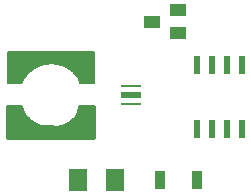
<source format=gtp>
G75*
%MOIN*%
%OFA0B0*%
%FSLAX25Y25*%
%IPPOS*%
%LPD*%
%AMOC8*
5,1,8,0,0,1.08239X$1,22.5*
%
%ADD10R,0.05000X0.05000*%
%ADD11C,0.01200*%
%ADD12C,0.00160*%
%ADD13C,0.00500*%
%ADD14R,0.06693X0.01969*%
%ADD15R,0.06693X0.00984*%
%ADD16R,0.05512X0.03937*%
%ADD17R,0.03543X0.06299*%
%ADD18R,0.02165X0.05906*%
%ADD19R,0.06299X0.07480*%
D10*
X0113162Y0047189D03*
X0113162Y0070811D03*
D11*
X0086981Y0054866D02*
X0086981Y0044630D01*
X0115721Y0044630D01*
X0115721Y0054866D01*
X0111194Y0054866D01*
X0110872Y0053583D01*
X0110344Y0052371D01*
X0109624Y0051261D01*
X0108732Y0050284D01*
X0107692Y0049467D01*
X0106532Y0048832D01*
X0105283Y0048396D01*
X0103980Y0048170D01*
X0102657Y0048162D01*
X0101351Y0048370D01*
X0100053Y0048209D01*
X0098745Y0048253D01*
X0097460Y0048501D01*
X0096230Y0048947D01*
X0095085Y0049580D01*
X0094053Y0050384D01*
X0093159Y0051340D01*
X0092426Y0052424D01*
X0091871Y0053609D01*
X0091509Y0054866D01*
X0086981Y0054866D01*
X0086981Y0054234D02*
X0091691Y0054234D01*
X0092139Y0053036D02*
X0086981Y0053036D01*
X0086981Y0051837D02*
X0092822Y0051837D01*
X0093814Y0050639D02*
X0086981Y0050639D01*
X0086981Y0049440D02*
X0095337Y0049440D01*
X0099070Y0048242D02*
X0086981Y0048242D01*
X0086981Y0047043D02*
X0115721Y0047043D01*
X0115721Y0045845D02*
X0086981Y0045845D01*
X0086981Y0044646D02*
X0115721Y0044646D01*
X0115721Y0048242D02*
X0104394Y0048242D01*
X0102154Y0048242D02*
X0100319Y0048242D01*
X0107643Y0049440D02*
X0115721Y0049440D01*
X0115721Y0050639D02*
X0109056Y0050639D01*
X0109998Y0051837D02*
X0115721Y0051837D01*
X0115721Y0053036D02*
X0110634Y0053036D01*
X0111035Y0054234D02*
X0115721Y0054234D01*
D12*
X0112455Y0063643D02*
X0111128Y0063085D01*
X0111023Y0063323D01*
X0110911Y0063558D01*
X0110795Y0063790D01*
X0110672Y0064019D01*
X0110544Y0064245D01*
X0110410Y0064468D01*
X0110271Y0064688D01*
X0110127Y0064904D01*
X0109977Y0065117D01*
X0109823Y0065326D01*
X0109663Y0065531D01*
X0109498Y0065732D01*
X0109329Y0065929D01*
X0109155Y0066122D01*
X0108976Y0066310D01*
X0108792Y0066494D01*
X0108604Y0066674D01*
X0108412Y0066849D01*
X0108215Y0067019D01*
X0108015Y0067184D01*
X0107810Y0067345D01*
X0107602Y0067500D01*
X0107390Y0067650D01*
X0107174Y0067796D01*
X0106955Y0067935D01*
X0106733Y0068070D01*
X0106507Y0068198D01*
X0106278Y0068322D01*
X0106046Y0068440D01*
X0105812Y0068552D01*
X0105575Y0068658D01*
X0105335Y0068758D01*
X0105093Y0068853D01*
X0104848Y0068942D01*
X0104602Y0069024D01*
X0104354Y0069101D01*
X0104103Y0069171D01*
X0103852Y0069236D01*
X0103598Y0069294D01*
X0103344Y0069346D01*
X0103088Y0069392D01*
X0102831Y0069432D01*
X0102573Y0069465D01*
X0102314Y0069492D01*
X0102055Y0069513D01*
X0101796Y0069527D01*
X0101536Y0069535D01*
X0101276Y0069537D01*
X0101016Y0069532D01*
X0100757Y0069521D01*
X0100497Y0069504D01*
X0100238Y0069480D01*
X0099980Y0069450D01*
X0099723Y0069414D01*
X0099466Y0069372D01*
X0099211Y0069323D01*
X0098957Y0069268D01*
X0098704Y0069207D01*
X0098453Y0069140D01*
X0098204Y0069066D01*
X0097956Y0068987D01*
X0097711Y0068901D01*
X0097468Y0068810D01*
X0097226Y0068713D01*
X0096988Y0068610D01*
X0096752Y0068501D01*
X0096519Y0068386D01*
X0096288Y0068266D01*
X0096061Y0068140D01*
X0095837Y0068008D01*
X0095616Y0067872D01*
X0095398Y0067729D01*
X0095184Y0067582D01*
X0094974Y0067429D01*
X0094767Y0067272D01*
X0094564Y0067109D01*
X0094366Y0066941D01*
X0094171Y0066769D01*
X0093981Y0066592D01*
X0093795Y0066410D01*
X0093613Y0066224D01*
X0093437Y0066033D01*
X0093264Y0065839D01*
X0093097Y0065640D01*
X0092935Y0065437D01*
X0092777Y0065230D01*
X0092625Y0065019D01*
X0092478Y0064805D01*
X0092336Y0064587D01*
X0092200Y0064366D01*
X0092068Y0064142D01*
X0091943Y0063914D01*
X0091823Y0063683D01*
X0091709Y0063450D01*
X0091600Y0063214D01*
X0091497Y0062975D01*
X0090164Y0063518D01*
X0090280Y0063790D01*
X0090403Y0064058D01*
X0090533Y0064323D01*
X0090669Y0064585D01*
X0090811Y0064844D01*
X0090960Y0065099D01*
X0091115Y0065351D01*
X0091276Y0065598D01*
X0091443Y0065842D01*
X0091616Y0066081D01*
X0091794Y0066316D01*
X0091979Y0066547D01*
X0092169Y0066773D01*
X0092364Y0066994D01*
X0092565Y0067211D01*
X0092771Y0067422D01*
X0092982Y0067629D01*
X0093198Y0067830D01*
X0093419Y0068026D01*
X0093644Y0068217D01*
X0093874Y0068402D01*
X0094109Y0068581D01*
X0094348Y0068754D01*
X0094591Y0068922D01*
X0094838Y0069084D01*
X0095089Y0069239D01*
X0095344Y0069389D01*
X0095602Y0069532D01*
X0095864Y0069669D01*
X0096129Y0069799D01*
X0096397Y0069923D01*
X0096668Y0070040D01*
X0096942Y0070151D01*
X0097218Y0070255D01*
X0097497Y0070352D01*
X0097778Y0070442D01*
X0098061Y0070525D01*
X0098346Y0070602D01*
X0098633Y0070671D01*
X0098922Y0070734D01*
X0099212Y0070789D01*
X0099503Y0070837D01*
X0099796Y0070879D01*
X0100089Y0070913D01*
X0100383Y0070939D01*
X0100678Y0070959D01*
X0100973Y0070972D01*
X0101268Y0070977D01*
X0101563Y0070975D01*
X0101858Y0070966D01*
X0102153Y0070949D01*
X0102448Y0070926D01*
X0102741Y0070895D01*
X0103034Y0070857D01*
X0103326Y0070812D01*
X0103617Y0070760D01*
X0103906Y0070701D01*
X0104194Y0070635D01*
X0104480Y0070561D01*
X0104764Y0070481D01*
X0105046Y0070394D01*
X0105326Y0070300D01*
X0105603Y0070199D01*
X0105878Y0070092D01*
X0106151Y0069978D01*
X0106420Y0069857D01*
X0106687Y0069729D01*
X0106950Y0069596D01*
X0107210Y0069455D01*
X0107466Y0069309D01*
X0107719Y0069156D01*
X0107968Y0068997D01*
X0108213Y0068832D01*
X0108453Y0068662D01*
X0108690Y0068485D01*
X0108922Y0068303D01*
X0109150Y0068115D01*
X0109373Y0067921D01*
X0109591Y0067722D01*
X0109805Y0067518D01*
X0110013Y0067309D01*
X0110216Y0067095D01*
X0110414Y0066875D01*
X0110606Y0066651D01*
X0110793Y0066423D01*
X0110975Y0066190D01*
X0111150Y0065952D01*
X0111320Y0065711D01*
X0111484Y0065465D01*
X0111641Y0065215D01*
X0111793Y0064962D01*
X0111938Y0064705D01*
X0112077Y0064444D01*
X0112210Y0064181D01*
X0112336Y0063914D01*
X0112456Y0063644D01*
X0112316Y0063585D01*
X0112198Y0063852D01*
X0112074Y0064115D01*
X0111943Y0064376D01*
X0111805Y0064633D01*
X0111662Y0064887D01*
X0111512Y0065137D01*
X0111357Y0065384D01*
X0111195Y0065626D01*
X0111027Y0065865D01*
X0110854Y0066099D01*
X0110675Y0066329D01*
X0110490Y0066555D01*
X0110300Y0066776D01*
X0110105Y0066993D01*
X0109904Y0067204D01*
X0109699Y0067411D01*
X0109488Y0067612D01*
X0109272Y0067809D01*
X0109052Y0068000D01*
X0108827Y0068185D01*
X0108598Y0068365D01*
X0108364Y0068540D01*
X0108126Y0068708D01*
X0107884Y0068871D01*
X0107639Y0069028D01*
X0107389Y0069179D01*
X0107136Y0069324D01*
X0106879Y0069462D01*
X0106619Y0069594D01*
X0106356Y0069720D01*
X0106090Y0069839D01*
X0105821Y0069952D01*
X0105550Y0070058D01*
X0105276Y0070158D01*
X0104999Y0070250D01*
X0104721Y0070336D01*
X0104440Y0070416D01*
X0104158Y0070488D01*
X0103874Y0070553D01*
X0103588Y0070612D01*
X0103301Y0070663D01*
X0103013Y0070708D01*
X0102724Y0070745D01*
X0102434Y0070775D01*
X0102143Y0070799D01*
X0101852Y0070815D01*
X0101560Y0070824D01*
X0101269Y0070826D01*
X0100977Y0070821D01*
X0100686Y0070808D01*
X0100395Y0070789D01*
X0100105Y0070762D01*
X0099815Y0070729D01*
X0099526Y0070688D01*
X0099239Y0070640D01*
X0098952Y0070586D01*
X0098667Y0070524D01*
X0098384Y0070456D01*
X0098102Y0070380D01*
X0097823Y0070298D01*
X0097545Y0070209D01*
X0097270Y0070113D01*
X0096997Y0070010D01*
X0096726Y0069901D01*
X0096459Y0069785D01*
X0096194Y0069663D01*
X0095933Y0069534D01*
X0095674Y0069399D01*
X0095419Y0069258D01*
X0095168Y0069110D01*
X0094920Y0068957D01*
X0094676Y0068797D01*
X0094436Y0068632D01*
X0094200Y0068460D01*
X0093968Y0068283D01*
X0093741Y0068101D01*
X0093518Y0067912D01*
X0093300Y0067719D01*
X0093087Y0067520D01*
X0092878Y0067316D01*
X0092675Y0067107D01*
X0092477Y0066894D01*
X0092284Y0066675D01*
X0092096Y0066452D01*
X0091914Y0066224D01*
X0091738Y0065992D01*
X0091567Y0065755D01*
X0091402Y0065515D01*
X0091243Y0065271D01*
X0091090Y0065022D01*
X0090943Y0064770D01*
X0090803Y0064515D01*
X0090668Y0064256D01*
X0090540Y0063994D01*
X0090419Y0063729D01*
X0090303Y0063461D01*
X0090443Y0063404D01*
X0090557Y0063669D01*
X0090677Y0063931D01*
X0090803Y0064189D01*
X0090936Y0064445D01*
X0091075Y0064697D01*
X0091220Y0064945D01*
X0091371Y0065190D01*
X0091528Y0065432D01*
X0091691Y0065669D01*
X0091859Y0065903D01*
X0092034Y0066132D01*
X0092213Y0066357D01*
X0092399Y0066577D01*
X0092589Y0066793D01*
X0092785Y0067004D01*
X0092986Y0067210D01*
X0093191Y0067411D01*
X0093402Y0067608D01*
X0093617Y0067799D01*
X0093837Y0067984D01*
X0094062Y0068165D01*
X0094290Y0068339D01*
X0094523Y0068509D01*
X0094760Y0068672D01*
X0095001Y0068830D01*
X0095246Y0068981D01*
X0095494Y0069127D01*
X0095746Y0069266D01*
X0096001Y0069400D01*
X0096259Y0069527D01*
X0096521Y0069647D01*
X0096785Y0069762D01*
X0097052Y0069869D01*
X0097321Y0069971D01*
X0097593Y0070065D01*
X0097867Y0070153D01*
X0098143Y0070235D01*
X0098422Y0070309D01*
X0098701Y0070377D01*
X0098983Y0070438D01*
X0099265Y0070492D01*
X0099549Y0070539D01*
X0099834Y0070579D01*
X0100120Y0070612D01*
X0100407Y0070638D01*
X0100694Y0070658D01*
X0100982Y0070670D01*
X0101270Y0070675D01*
X0101558Y0070673D01*
X0101845Y0070664D01*
X0102133Y0070648D01*
X0102420Y0070625D01*
X0102706Y0070595D01*
X0102991Y0070558D01*
X0103276Y0070514D01*
X0103559Y0070464D01*
X0103841Y0070406D01*
X0104122Y0070341D01*
X0104401Y0070270D01*
X0104678Y0070192D01*
X0104953Y0070107D01*
X0105226Y0070015D01*
X0105496Y0069917D01*
X0105764Y0069812D01*
X0106030Y0069701D01*
X0106293Y0069583D01*
X0106552Y0069459D01*
X0106809Y0069328D01*
X0107062Y0069192D01*
X0107312Y0069049D01*
X0107559Y0068900D01*
X0107801Y0068745D01*
X0108040Y0068585D01*
X0108275Y0068418D01*
X0108506Y0068246D01*
X0108732Y0068068D01*
X0108954Y0067885D01*
X0109172Y0067696D01*
X0109384Y0067502D01*
X0109592Y0067303D01*
X0109795Y0067099D01*
X0109994Y0066891D01*
X0110186Y0066677D01*
X0110374Y0066459D01*
X0110556Y0066236D01*
X0110733Y0066009D01*
X0110904Y0065777D01*
X0111070Y0065542D01*
X0111229Y0065302D01*
X0111383Y0065059D01*
X0111531Y0064812D01*
X0111673Y0064561D01*
X0111808Y0064307D01*
X0111938Y0064050D01*
X0112061Y0063790D01*
X0112177Y0063527D01*
X0112038Y0063468D01*
X0111923Y0063728D01*
X0111801Y0063985D01*
X0111674Y0064239D01*
X0111540Y0064489D01*
X0111400Y0064737D01*
X0111254Y0064980D01*
X0111102Y0065221D01*
X0110945Y0065457D01*
X0110781Y0065690D01*
X0110612Y0065918D01*
X0110438Y0066142D01*
X0110258Y0066362D01*
X0110073Y0066578D01*
X0109882Y0066789D01*
X0109687Y0066995D01*
X0109486Y0067196D01*
X0109281Y0067392D01*
X0109071Y0067584D01*
X0108856Y0067770D01*
X0108637Y0067951D01*
X0108413Y0068126D01*
X0108186Y0068296D01*
X0107954Y0068461D01*
X0107718Y0068619D01*
X0107478Y0068772D01*
X0107235Y0068919D01*
X0106989Y0069060D01*
X0106738Y0069195D01*
X0106485Y0069324D01*
X0106229Y0069446D01*
X0105969Y0069562D01*
X0105707Y0069672D01*
X0105443Y0069776D01*
X0105176Y0069873D01*
X0104906Y0069963D01*
X0104635Y0070047D01*
X0104361Y0070124D01*
X0104086Y0070195D01*
X0103809Y0070258D01*
X0103531Y0070315D01*
X0103251Y0070365D01*
X0102970Y0070409D01*
X0102688Y0070445D01*
X0102406Y0070475D01*
X0102122Y0070497D01*
X0101839Y0070513D01*
X0101555Y0070522D01*
X0101271Y0070524D01*
X0100986Y0070519D01*
X0100703Y0070507D01*
X0100419Y0070488D01*
X0100136Y0070462D01*
X0099854Y0070429D01*
X0099572Y0070390D01*
X0099292Y0070343D01*
X0099013Y0070290D01*
X0098735Y0070230D01*
X0098459Y0070163D01*
X0098185Y0070089D01*
X0097912Y0070009D01*
X0097641Y0069922D01*
X0097373Y0069829D01*
X0097107Y0069729D01*
X0096844Y0069622D01*
X0096583Y0069510D01*
X0096325Y0069391D01*
X0096070Y0069265D01*
X0095818Y0069134D01*
X0095569Y0068996D01*
X0095324Y0068852D01*
X0095083Y0068702D01*
X0094845Y0068547D01*
X0094611Y0068386D01*
X0094381Y0068219D01*
X0094155Y0068046D01*
X0093934Y0067868D01*
X0093717Y0067685D01*
X0093504Y0067496D01*
X0093296Y0067303D01*
X0093093Y0067104D01*
X0092895Y0066900D01*
X0092701Y0066692D01*
X0092513Y0066479D01*
X0092331Y0066261D01*
X0092153Y0066040D01*
X0091981Y0065813D01*
X0091815Y0065583D01*
X0091654Y0065349D01*
X0091499Y0065110D01*
X0091350Y0064869D01*
X0091207Y0064623D01*
X0091070Y0064374D01*
X0090939Y0064122D01*
X0090814Y0063867D01*
X0090695Y0063609D01*
X0090583Y0063347D01*
X0090723Y0063290D01*
X0090834Y0063548D01*
X0090951Y0063803D01*
X0091074Y0064055D01*
X0091203Y0064304D01*
X0091339Y0064549D01*
X0091480Y0064792D01*
X0091627Y0065030D01*
X0091780Y0065265D01*
X0091939Y0065497D01*
X0092103Y0065724D01*
X0092273Y0065947D01*
X0092448Y0066166D01*
X0092628Y0066381D01*
X0092814Y0066591D01*
X0093005Y0066797D01*
X0093200Y0066998D01*
X0093401Y0067194D01*
X0093606Y0067385D01*
X0093816Y0067571D01*
X0094030Y0067752D01*
X0094249Y0067928D01*
X0094472Y0068098D01*
X0094699Y0068263D01*
X0094930Y0068422D01*
X0095164Y0068575D01*
X0095403Y0068723D01*
X0095645Y0068865D01*
X0095890Y0069001D01*
X0096139Y0069131D01*
X0096390Y0069254D01*
X0096645Y0069372D01*
X0096902Y0069483D01*
X0097162Y0069588D01*
X0097425Y0069687D01*
X0097690Y0069779D01*
X0097957Y0069865D01*
X0098226Y0069944D01*
X0098497Y0070017D01*
X0098769Y0070083D01*
X0099043Y0070142D01*
X0099319Y0070195D01*
X0099595Y0070240D01*
X0099873Y0070280D01*
X0100152Y0070312D01*
X0100431Y0070337D01*
X0100711Y0070356D01*
X0100991Y0070368D01*
X0101271Y0070373D01*
X0101552Y0070371D01*
X0101832Y0070362D01*
X0102112Y0070347D01*
X0102392Y0070324D01*
X0102671Y0070295D01*
X0102949Y0070259D01*
X0103226Y0070217D01*
X0103502Y0070167D01*
X0103777Y0070111D01*
X0104050Y0070048D01*
X0104322Y0069978D01*
X0104592Y0069902D01*
X0104860Y0069819D01*
X0105126Y0069730D01*
X0105389Y0069635D01*
X0105650Y0069532D01*
X0105909Y0069424D01*
X0106165Y0069309D01*
X0106418Y0069188D01*
X0106668Y0069061D01*
X0106915Y0068928D01*
X0107158Y0068789D01*
X0107398Y0068644D01*
X0107635Y0068493D01*
X0107868Y0068337D01*
X0108096Y0068174D01*
X0108321Y0068007D01*
X0108542Y0067834D01*
X0108758Y0067655D01*
X0108970Y0067471D01*
X0109177Y0067283D01*
X0109380Y0067089D01*
X0109578Y0066890D01*
X0109771Y0066687D01*
X0109959Y0066478D01*
X0110142Y0066266D01*
X0110319Y0066049D01*
X0110492Y0065827D01*
X0110658Y0065602D01*
X0110820Y0065372D01*
X0110975Y0065139D01*
X0111125Y0064902D01*
X0111269Y0064661D01*
X0111407Y0064417D01*
X0111539Y0064170D01*
X0111665Y0063919D01*
X0111785Y0063666D01*
X0111899Y0063409D01*
X0111760Y0063351D01*
X0111647Y0063604D01*
X0111529Y0063854D01*
X0111405Y0064101D01*
X0111274Y0064345D01*
X0111138Y0064586D01*
X0110996Y0064824D01*
X0110848Y0065058D01*
X0110694Y0065288D01*
X0110535Y0065514D01*
X0110371Y0065737D01*
X0110201Y0065955D01*
X0110025Y0066169D01*
X0109845Y0066379D01*
X0109660Y0066585D01*
X0109469Y0066785D01*
X0109274Y0066981D01*
X0109074Y0067173D01*
X0108869Y0067359D01*
X0108660Y0067540D01*
X0108447Y0067716D01*
X0108229Y0067887D01*
X0108007Y0068053D01*
X0107781Y0068213D01*
X0107552Y0068367D01*
X0107318Y0068516D01*
X0107081Y0068659D01*
X0106841Y0068796D01*
X0106598Y0068928D01*
X0106351Y0069053D01*
X0106101Y0069172D01*
X0105849Y0069286D01*
X0105593Y0069393D01*
X0105336Y0069493D01*
X0105076Y0069588D01*
X0104813Y0069676D01*
X0104549Y0069757D01*
X0104282Y0069833D01*
X0104014Y0069901D01*
X0103745Y0069963D01*
X0103473Y0070019D01*
X0103201Y0070068D01*
X0102928Y0070110D01*
X0102653Y0070145D01*
X0102378Y0070174D01*
X0102102Y0070196D01*
X0101826Y0070211D01*
X0101549Y0070220D01*
X0101272Y0070222D01*
X0100996Y0070217D01*
X0100719Y0070205D01*
X0100443Y0070187D01*
X0100167Y0070162D01*
X0099892Y0070130D01*
X0099618Y0070091D01*
X0099345Y0070046D01*
X0099074Y0069994D01*
X0098803Y0069936D01*
X0098534Y0069870D01*
X0098267Y0069799D01*
X0098001Y0069721D01*
X0097738Y0069636D01*
X0097476Y0069545D01*
X0097217Y0069448D01*
X0096961Y0069344D01*
X0096707Y0069234D01*
X0096456Y0069118D01*
X0096207Y0068996D01*
X0095962Y0068868D01*
X0095720Y0068734D01*
X0095481Y0068594D01*
X0095246Y0068448D01*
X0095014Y0068297D01*
X0094786Y0068140D01*
X0094562Y0067977D01*
X0094342Y0067809D01*
X0094127Y0067636D01*
X0093915Y0067457D01*
X0093708Y0067274D01*
X0093506Y0067085D01*
X0093308Y0066892D01*
X0093115Y0066693D01*
X0092926Y0066491D01*
X0092743Y0066283D01*
X0092565Y0066071D01*
X0092392Y0065855D01*
X0092225Y0065635D01*
X0092063Y0065410D01*
X0091906Y0065182D01*
X0091755Y0064950D01*
X0091610Y0064715D01*
X0091470Y0064476D01*
X0091337Y0064233D01*
X0091209Y0063988D01*
X0091088Y0063739D01*
X0090972Y0063488D01*
X0090863Y0063234D01*
X0091003Y0063177D01*
X0091111Y0063427D01*
X0091225Y0063675D01*
X0091345Y0063921D01*
X0091470Y0064163D01*
X0091602Y0064402D01*
X0091740Y0064638D01*
X0091883Y0064870D01*
X0092032Y0065099D01*
X0092187Y0065324D01*
X0092347Y0065546D01*
X0092512Y0065763D01*
X0092682Y0065976D01*
X0092858Y0066185D01*
X0093039Y0066390D01*
X0093225Y0066590D01*
X0093415Y0066786D01*
X0093610Y0066976D01*
X0093810Y0067162D01*
X0094014Y0067344D01*
X0094223Y0067520D01*
X0094436Y0067691D01*
X0094653Y0067856D01*
X0094874Y0068017D01*
X0095099Y0068172D01*
X0095327Y0068321D01*
X0095559Y0068465D01*
X0095795Y0068603D01*
X0096034Y0068735D01*
X0096276Y0068862D01*
X0096521Y0068982D01*
X0096769Y0069097D01*
X0097019Y0069205D01*
X0097273Y0069307D01*
X0097528Y0069403D01*
X0097786Y0069493D01*
X0098046Y0069576D01*
X0098308Y0069654D01*
X0098572Y0069724D01*
X0098837Y0069788D01*
X0099104Y0069846D01*
X0099372Y0069897D01*
X0099641Y0069942D01*
X0099912Y0069980D01*
X0100183Y0070011D01*
X0100455Y0070036D01*
X0100727Y0070054D01*
X0101000Y0070066D01*
X0101273Y0070071D01*
X0101546Y0070069D01*
X0101819Y0070061D01*
X0102092Y0070045D01*
X0102364Y0070024D01*
X0102635Y0069995D01*
X0102906Y0069960D01*
X0103176Y0069919D01*
X0103445Y0069871D01*
X0103712Y0069816D01*
X0103978Y0069755D01*
X0104243Y0069687D01*
X0104506Y0069613D01*
X0104767Y0069532D01*
X0105025Y0069445D01*
X0105282Y0069352D01*
X0105536Y0069253D01*
X0105788Y0069147D01*
X0106037Y0069036D01*
X0106284Y0068918D01*
X0106527Y0068794D01*
X0106767Y0068665D01*
X0107005Y0068529D01*
X0107238Y0068388D01*
X0107468Y0068241D01*
X0107695Y0068089D01*
X0107918Y0067931D01*
X0108137Y0067768D01*
X0108351Y0067599D01*
X0108562Y0067425D01*
X0108768Y0067247D01*
X0108970Y0067063D01*
X0109168Y0066874D01*
X0109360Y0066681D01*
X0109548Y0066482D01*
X0109731Y0066280D01*
X0109909Y0066073D01*
X0110082Y0065862D01*
X0110250Y0065646D01*
X0110412Y0065427D01*
X0110569Y0065203D01*
X0110721Y0064976D01*
X0110867Y0064745D01*
X0111007Y0064511D01*
X0111142Y0064273D01*
X0111270Y0064033D01*
X0111393Y0063789D01*
X0111510Y0063542D01*
X0111620Y0063292D01*
X0111481Y0063234D01*
X0111372Y0063480D01*
X0111257Y0063723D01*
X0111136Y0063964D01*
X0111009Y0064202D01*
X0110876Y0064436D01*
X0110738Y0064667D01*
X0110594Y0064895D01*
X0110444Y0065119D01*
X0110289Y0065339D01*
X0110129Y0065556D01*
X0109964Y0065768D01*
X0109793Y0065976D01*
X0109617Y0066181D01*
X0109437Y0066380D01*
X0109252Y0066576D01*
X0109061Y0066767D01*
X0108867Y0066953D01*
X0108668Y0067134D01*
X0108464Y0067310D01*
X0108256Y0067482D01*
X0108044Y0067648D01*
X0107828Y0067809D01*
X0107609Y0067965D01*
X0107385Y0068115D01*
X0107158Y0068260D01*
X0106928Y0068399D01*
X0106694Y0068533D01*
X0106457Y0068661D01*
X0106217Y0068783D01*
X0105974Y0068899D01*
X0105728Y0069009D01*
X0105479Y0069113D01*
X0105229Y0069211D01*
X0104975Y0069303D01*
X0104720Y0069389D01*
X0104463Y0069468D01*
X0104203Y0069541D01*
X0103943Y0069608D01*
X0103680Y0069668D01*
X0103416Y0069722D01*
X0103151Y0069770D01*
X0102885Y0069811D01*
X0102618Y0069845D01*
X0102350Y0069873D01*
X0102081Y0069895D01*
X0101813Y0069910D01*
X0101543Y0069918D01*
X0101274Y0069920D01*
X0101005Y0069915D01*
X0100736Y0069904D01*
X0100467Y0069886D01*
X0100199Y0069861D01*
X0099931Y0069830D01*
X0099664Y0069793D01*
X0099399Y0069749D01*
X0099134Y0069698D01*
X0098871Y0069641D01*
X0098609Y0069578D01*
X0098349Y0069508D01*
X0098091Y0069432D01*
X0097834Y0069350D01*
X0097580Y0069261D01*
X0097328Y0069167D01*
X0097078Y0069066D01*
X0096831Y0068959D01*
X0096586Y0068846D01*
X0096344Y0068727D01*
X0096106Y0068602D01*
X0095870Y0068472D01*
X0095638Y0068336D01*
X0095409Y0068194D01*
X0095183Y0068047D01*
X0094962Y0067894D01*
X0094744Y0067736D01*
X0094530Y0067572D01*
X0094320Y0067404D01*
X0094114Y0067230D01*
X0093912Y0067051D01*
X0093715Y0066868D01*
X0093522Y0066679D01*
X0093335Y0066486D01*
X0093151Y0066289D01*
X0092973Y0066087D01*
X0092800Y0065881D01*
X0092631Y0065671D01*
X0092468Y0065456D01*
X0092311Y0065238D01*
X0092158Y0065016D01*
X0092011Y0064790D01*
X0091870Y0064561D01*
X0091734Y0064328D01*
X0091604Y0064093D01*
X0091480Y0063854D01*
X0091361Y0063612D01*
X0091249Y0063367D01*
X0091142Y0063120D01*
X0091282Y0063063D01*
X0091387Y0063307D01*
X0091498Y0063548D01*
X0091615Y0063786D01*
X0091738Y0064022D01*
X0091866Y0064255D01*
X0092000Y0064484D01*
X0092139Y0064710D01*
X0092284Y0064933D01*
X0092435Y0065152D01*
X0092590Y0065367D01*
X0092751Y0065578D01*
X0092917Y0065786D01*
X0093088Y0065989D01*
X0093264Y0066188D01*
X0093444Y0066383D01*
X0093630Y0066573D01*
X0093820Y0066759D01*
X0094014Y0066940D01*
X0094213Y0067116D01*
X0094416Y0067287D01*
X0094623Y0067454D01*
X0094834Y0067615D01*
X0095049Y0067771D01*
X0095268Y0067922D01*
X0095490Y0068067D01*
X0095716Y0068207D01*
X0095945Y0068341D01*
X0096178Y0068470D01*
X0096413Y0068593D01*
X0096652Y0068710D01*
X0096893Y0068821D01*
X0097136Y0068927D01*
X0097383Y0069026D01*
X0097631Y0069119D01*
X0097882Y0069207D01*
X0098135Y0069288D01*
X0098390Y0069363D01*
X0098647Y0069432D01*
X0098905Y0069494D01*
X0099164Y0069550D01*
X0099425Y0069600D01*
X0099687Y0069643D01*
X0099950Y0069680D01*
X0100214Y0069711D01*
X0100479Y0069735D01*
X0100744Y0069753D01*
X0101009Y0069764D01*
X0101275Y0069769D01*
X0101540Y0069767D01*
X0101806Y0069759D01*
X0102071Y0069744D01*
X0102336Y0069723D01*
X0102600Y0069695D01*
X0102864Y0069661D01*
X0103126Y0069621D01*
X0103388Y0069574D01*
X0103648Y0069521D01*
X0103907Y0069461D01*
X0104164Y0069395D01*
X0104420Y0069323D01*
X0104673Y0069245D01*
X0104925Y0069160D01*
X0105175Y0069070D01*
X0105422Y0068973D01*
X0105667Y0068870D01*
X0105910Y0068762D01*
X0106149Y0068647D01*
X0106386Y0068527D01*
X0106620Y0068401D01*
X0106851Y0068269D01*
X0107078Y0068132D01*
X0107302Y0067989D01*
X0107522Y0067841D01*
X0107739Y0067687D01*
X0107952Y0067529D01*
X0108161Y0067365D01*
X0108366Y0067196D01*
X0108567Y0067022D01*
X0108763Y0066843D01*
X0108955Y0066659D01*
X0109143Y0066471D01*
X0109326Y0066278D01*
X0109504Y0066081D01*
X0109677Y0065880D01*
X0109845Y0065674D01*
X0110008Y0065465D01*
X0110166Y0065251D01*
X0110319Y0065034D01*
X0110467Y0064813D01*
X0110609Y0064589D01*
X0110745Y0064361D01*
X0110876Y0064130D01*
X0111001Y0063895D01*
X0111121Y0063658D01*
X0111234Y0063418D01*
X0111342Y0063175D01*
X0111203Y0063117D01*
X0111097Y0063356D01*
X0110985Y0063593D01*
X0110867Y0063827D01*
X0110743Y0064058D01*
X0110614Y0064286D01*
X0110480Y0064510D01*
X0110339Y0064732D01*
X0110194Y0064950D01*
X0110043Y0065164D01*
X0109888Y0065374D01*
X0109727Y0065581D01*
X0109561Y0065784D01*
X0109390Y0065982D01*
X0109214Y0066176D01*
X0109034Y0066366D01*
X0108849Y0066552D01*
X0108660Y0066733D01*
X0108466Y0066909D01*
X0108268Y0067081D01*
X0108066Y0067247D01*
X0107860Y0067409D01*
X0107650Y0067566D01*
X0107436Y0067717D01*
X0107219Y0067863D01*
X0106998Y0068004D01*
X0106774Y0068139D01*
X0106546Y0068269D01*
X0106316Y0068393D01*
X0106082Y0068512D01*
X0105846Y0068625D01*
X0105607Y0068732D01*
X0105365Y0068833D01*
X0105121Y0068929D01*
X0104875Y0069018D01*
X0104627Y0069101D01*
X0104377Y0069179D01*
X0104125Y0069250D01*
X0103871Y0069315D01*
X0103616Y0069373D01*
X0103359Y0069426D01*
X0103101Y0069472D01*
X0102842Y0069512D01*
X0102582Y0069545D01*
X0102322Y0069573D01*
X0102061Y0069594D01*
X0101799Y0069608D01*
X0101538Y0069616D01*
X0101276Y0069618D01*
X0101014Y0069613D01*
X0100752Y0069602D01*
X0100491Y0069585D01*
X0100230Y0069561D01*
X0099970Y0069531D01*
X0099710Y0069494D01*
X0099452Y0069451D01*
X0099195Y0069402D01*
X0098939Y0069347D01*
X0098684Y0069285D01*
X0098431Y0069218D01*
X0098180Y0069144D01*
X0097930Y0069064D01*
X0097683Y0068978D01*
X0097438Y0068885D01*
X0097195Y0068787D01*
X0096955Y0068683D01*
X0096717Y0068574D01*
X0096482Y0068458D01*
X0096250Y0068337D01*
X0096020Y0068210D01*
X0095795Y0068078D01*
X0095572Y0067940D01*
X0095353Y0067796D01*
X0095137Y0067648D01*
X0094925Y0067494D01*
X0094717Y0067335D01*
X0094512Y0067171D01*
X0094312Y0067002D01*
X0094116Y0066829D01*
X0093925Y0066650D01*
X0093737Y0066467D01*
X0093554Y0066279D01*
X0093376Y0066087D01*
X0093203Y0065891D01*
X0093034Y0065691D01*
X0092871Y0065486D01*
X0092712Y0065278D01*
X0092559Y0065066D01*
X0092410Y0064850D01*
X0092267Y0064630D01*
X0092130Y0064407D01*
X0091998Y0064181D01*
X0091871Y0063952D01*
X0091750Y0063719D01*
X0091635Y0063484D01*
X0091526Y0063246D01*
X0091422Y0063006D01*
X0090247Y0054357D02*
X0091574Y0054915D01*
X0091679Y0054677D01*
X0091791Y0054442D01*
X0091907Y0054210D01*
X0092030Y0053981D01*
X0092158Y0053755D01*
X0092292Y0053532D01*
X0092431Y0053312D01*
X0092575Y0053096D01*
X0092725Y0052883D01*
X0092879Y0052674D01*
X0093039Y0052469D01*
X0093204Y0052268D01*
X0093373Y0052071D01*
X0093547Y0051878D01*
X0093726Y0051690D01*
X0093910Y0051506D01*
X0094098Y0051326D01*
X0094290Y0051151D01*
X0094487Y0050981D01*
X0094687Y0050816D01*
X0094892Y0050655D01*
X0095100Y0050500D01*
X0095312Y0050350D01*
X0095528Y0050204D01*
X0095747Y0050065D01*
X0095969Y0049930D01*
X0096195Y0049802D01*
X0096424Y0049678D01*
X0096656Y0049560D01*
X0096890Y0049448D01*
X0097127Y0049342D01*
X0097367Y0049242D01*
X0097609Y0049147D01*
X0097854Y0049058D01*
X0098100Y0048976D01*
X0098348Y0048899D01*
X0098599Y0048829D01*
X0098850Y0048764D01*
X0099104Y0048706D01*
X0099358Y0048654D01*
X0099614Y0048608D01*
X0099871Y0048568D01*
X0100129Y0048535D01*
X0100388Y0048508D01*
X0100647Y0048487D01*
X0100906Y0048473D01*
X0101166Y0048465D01*
X0101426Y0048463D01*
X0101686Y0048468D01*
X0101945Y0048479D01*
X0102205Y0048496D01*
X0102464Y0048520D01*
X0102722Y0048550D01*
X0102979Y0048586D01*
X0103236Y0048628D01*
X0103491Y0048677D01*
X0103745Y0048732D01*
X0103998Y0048793D01*
X0104249Y0048860D01*
X0104498Y0048934D01*
X0104746Y0049013D01*
X0104991Y0049099D01*
X0105234Y0049190D01*
X0105476Y0049287D01*
X0105714Y0049390D01*
X0105950Y0049499D01*
X0106183Y0049614D01*
X0106414Y0049734D01*
X0106641Y0049860D01*
X0106865Y0049992D01*
X0107086Y0050128D01*
X0107304Y0050271D01*
X0107518Y0050418D01*
X0107728Y0050571D01*
X0107935Y0050728D01*
X0108138Y0050891D01*
X0108336Y0051059D01*
X0108531Y0051231D01*
X0108721Y0051408D01*
X0108907Y0051590D01*
X0109089Y0051776D01*
X0109265Y0051967D01*
X0109438Y0052161D01*
X0109605Y0052360D01*
X0109767Y0052563D01*
X0109925Y0052770D01*
X0110077Y0052981D01*
X0110224Y0053195D01*
X0110366Y0053413D01*
X0110502Y0053634D01*
X0110634Y0053858D01*
X0110759Y0054086D01*
X0110879Y0054317D01*
X0110993Y0054550D01*
X0111102Y0054786D01*
X0111205Y0055025D01*
X0112538Y0054482D01*
X0112422Y0054210D01*
X0112299Y0053942D01*
X0112169Y0053677D01*
X0112033Y0053415D01*
X0111891Y0053156D01*
X0111742Y0052901D01*
X0111587Y0052649D01*
X0111426Y0052402D01*
X0111259Y0052158D01*
X0111086Y0051919D01*
X0110908Y0051684D01*
X0110723Y0051453D01*
X0110533Y0051227D01*
X0110338Y0051006D01*
X0110137Y0050789D01*
X0109931Y0050578D01*
X0109720Y0050371D01*
X0109504Y0050170D01*
X0109283Y0049974D01*
X0109058Y0049783D01*
X0108828Y0049598D01*
X0108593Y0049419D01*
X0108354Y0049246D01*
X0108111Y0049078D01*
X0107864Y0048916D01*
X0107613Y0048761D01*
X0107358Y0048611D01*
X0107100Y0048468D01*
X0106838Y0048331D01*
X0106573Y0048201D01*
X0106305Y0048077D01*
X0106034Y0047960D01*
X0105760Y0047849D01*
X0105484Y0047745D01*
X0105205Y0047648D01*
X0104924Y0047558D01*
X0104641Y0047475D01*
X0104356Y0047398D01*
X0104069Y0047329D01*
X0103780Y0047266D01*
X0103490Y0047211D01*
X0103199Y0047163D01*
X0102906Y0047121D01*
X0102613Y0047087D01*
X0102319Y0047061D01*
X0102024Y0047041D01*
X0101729Y0047028D01*
X0101434Y0047023D01*
X0101139Y0047025D01*
X0100844Y0047034D01*
X0100549Y0047051D01*
X0100254Y0047074D01*
X0099961Y0047105D01*
X0099668Y0047143D01*
X0099376Y0047188D01*
X0099085Y0047240D01*
X0098796Y0047299D01*
X0098508Y0047365D01*
X0098222Y0047439D01*
X0097938Y0047519D01*
X0097656Y0047606D01*
X0097376Y0047700D01*
X0097099Y0047801D01*
X0096824Y0047908D01*
X0096551Y0048022D01*
X0096282Y0048143D01*
X0096015Y0048271D01*
X0095752Y0048404D01*
X0095492Y0048545D01*
X0095236Y0048691D01*
X0094983Y0048844D01*
X0094734Y0049003D01*
X0094489Y0049168D01*
X0094249Y0049338D01*
X0094012Y0049515D01*
X0093780Y0049697D01*
X0093552Y0049885D01*
X0093329Y0050079D01*
X0093111Y0050278D01*
X0092897Y0050482D01*
X0092689Y0050691D01*
X0092486Y0050905D01*
X0092288Y0051125D01*
X0092096Y0051349D01*
X0091909Y0051577D01*
X0091727Y0051810D01*
X0091552Y0052048D01*
X0091382Y0052289D01*
X0091218Y0052535D01*
X0091061Y0052785D01*
X0090909Y0053038D01*
X0090764Y0053295D01*
X0090625Y0053556D01*
X0090492Y0053819D01*
X0090366Y0054086D01*
X0090246Y0054356D01*
X0090386Y0054415D01*
X0090504Y0054148D01*
X0090628Y0053885D01*
X0090759Y0053624D01*
X0090897Y0053367D01*
X0091040Y0053113D01*
X0091190Y0052863D01*
X0091345Y0052616D01*
X0091507Y0052374D01*
X0091675Y0052135D01*
X0091848Y0051901D01*
X0092027Y0051671D01*
X0092212Y0051445D01*
X0092402Y0051224D01*
X0092597Y0051007D01*
X0092798Y0050796D01*
X0093003Y0050589D01*
X0093214Y0050388D01*
X0093430Y0050191D01*
X0093650Y0050000D01*
X0093875Y0049815D01*
X0094104Y0049635D01*
X0094338Y0049460D01*
X0094576Y0049292D01*
X0094818Y0049129D01*
X0095063Y0048972D01*
X0095313Y0048821D01*
X0095566Y0048676D01*
X0095823Y0048538D01*
X0096083Y0048406D01*
X0096346Y0048280D01*
X0096612Y0048161D01*
X0096881Y0048048D01*
X0097152Y0047942D01*
X0097426Y0047842D01*
X0097703Y0047750D01*
X0097981Y0047664D01*
X0098262Y0047584D01*
X0098544Y0047512D01*
X0098828Y0047447D01*
X0099114Y0047388D01*
X0099401Y0047337D01*
X0099689Y0047292D01*
X0099978Y0047255D01*
X0100268Y0047225D01*
X0100559Y0047201D01*
X0100850Y0047185D01*
X0101142Y0047176D01*
X0101433Y0047174D01*
X0101725Y0047179D01*
X0102016Y0047192D01*
X0102307Y0047211D01*
X0102597Y0047238D01*
X0102887Y0047271D01*
X0103176Y0047312D01*
X0103463Y0047360D01*
X0103750Y0047414D01*
X0104035Y0047476D01*
X0104318Y0047544D01*
X0104600Y0047620D01*
X0104879Y0047702D01*
X0105157Y0047791D01*
X0105432Y0047887D01*
X0105705Y0047990D01*
X0105976Y0048099D01*
X0106243Y0048215D01*
X0106508Y0048337D01*
X0106769Y0048466D01*
X0107028Y0048601D01*
X0107283Y0048742D01*
X0107534Y0048890D01*
X0107782Y0049043D01*
X0108026Y0049203D01*
X0108266Y0049368D01*
X0108502Y0049540D01*
X0108734Y0049717D01*
X0108961Y0049899D01*
X0109184Y0050088D01*
X0109402Y0050281D01*
X0109615Y0050480D01*
X0109824Y0050684D01*
X0110027Y0050893D01*
X0110225Y0051106D01*
X0110418Y0051325D01*
X0110606Y0051548D01*
X0110788Y0051776D01*
X0110964Y0052008D01*
X0111135Y0052245D01*
X0111300Y0052485D01*
X0111459Y0052729D01*
X0111612Y0052978D01*
X0111759Y0053230D01*
X0111899Y0053485D01*
X0112034Y0053744D01*
X0112162Y0054006D01*
X0112283Y0054271D01*
X0112399Y0054539D01*
X0112259Y0054596D01*
X0112145Y0054331D01*
X0112025Y0054069D01*
X0111899Y0053811D01*
X0111766Y0053555D01*
X0111627Y0053303D01*
X0111482Y0053055D01*
X0111331Y0052810D01*
X0111174Y0052568D01*
X0111011Y0052331D01*
X0110843Y0052097D01*
X0110668Y0051868D01*
X0110489Y0051643D01*
X0110303Y0051423D01*
X0110113Y0051207D01*
X0109917Y0050996D01*
X0109716Y0050790D01*
X0109511Y0050589D01*
X0109300Y0050392D01*
X0109085Y0050201D01*
X0108865Y0050016D01*
X0108640Y0049835D01*
X0108412Y0049661D01*
X0108179Y0049491D01*
X0107942Y0049328D01*
X0107701Y0049170D01*
X0107456Y0049019D01*
X0107208Y0048873D01*
X0106956Y0048734D01*
X0106701Y0048600D01*
X0106443Y0048473D01*
X0106181Y0048353D01*
X0105917Y0048238D01*
X0105650Y0048131D01*
X0105381Y0048029D01*
X0105109Y0047935D01*
X0104835Y0047847D01*
X0104559Y0047765D01*
X0104280Y0047691D01*
X0104001Y0047623D01*
X0103719Y0047562D01*
X0103437Y0047508D01*
X0103153Y0047461D01*
X0102868Y0047421D01*
X0102582Y0047388D01*
X0102295Y0047362D01*
X0102008Y0047342D01*
X0101720Y0047330D01*
X0101432Y0047325D01*
X0101144Y0047327D01*
X0100857Y0047336D01*
X0100569Y0047352D01*
X0100282Y0047375D01*
X0099996Y0047405D01*
X0099711Y0047442D01*
X0099426Y0047486D01*
X0099143Y0047536D01*
X0098861Y0047594D01*
X0098580Y0047659D01*
X0098301Y0047730D01*
X0098024Y0047808D01*
X0097749Y0047893D01*
X0097476Y0047985D01*
X0097206Y0048083D01*
X0096938Y0048188D01*
X0096672Y0048299D01*
X0096409Y0048417D01*
X0096150Y0048541D01*
X0095893Y0048672D01*
X0095640Y0048808D01*
X0095390Y0048951D01*
X0095143Y0049100D01*
X0094901Y0049255D01*
X0094662Y0049415D01*
X0094427Y0049582D01*
X0094196Y0049754D01*
X0093970Y0049932D01*
X0093748Y0050115D01*
X0093530Y0050304D01*
X0093318Y0050498D01*
X0093110Y0050697D01*
X0092907Y0050901D01*
X0092708Y0051109D01*
X0092516Y0051323D01*
X0092328Y0051541D01*
X0092146Y0051764D01*
X0091969Y0051991D01*
X0091798Y0052223D01*
X0091632Y0052458D01*
X0091473Y0052698D01*
X0091319Y0052941D01*
X0091171Y0053188D01*
X0091029Y0053439D01*
X0090894Y0053693D01*
X0090764Y0053950D01*
X0090641Y0054210D01*
X0090525Y0054473D01*
X0090664Y0054532D01*
X0090779Y0054272D01*
X0090901Y0054015D01*
X0091028Y0053761D01*
X0091162Y0053511D01*
X0091302Y0053263D01*
X0091448Y0053020D01*
X0091600Y0052779D01*
X0091757Y0052543D01*
X0091921Y0052310D01*
X0092090Y0052082D01*
X0092264Y0051858D01*
X0092444Y0051638D01*
X0092629Y0051422D01*
X0092820Y0051211D01*
X0093015Y0051005D01*
X0093216Y0050804D01*
X0093421Y0050608D01*
X0093631Y0050416D01*
X0093846Y0050230D01*
X0094065Y0050049D01*
X0094289Y0049874D01*
X0094516Y0049704D01*
X0094748Y0049539D01*
X0094984Y0049381D01*
X0095224Y0049228D01*
X0095467Y0049081D01*
X0095713Y0048940D01*
X0095964Y0048805D01*
X0096217Y0048676D01*
X0096473Y0048554D01*
X0096733Y0048438D01*
X0096995Y0048328D01*
X0097259Y0048224D01*
X0097526Y0048127D01*
X0097796Y0048037D01*
X0098067Y0047953D01*
X0098341Y0047876D01*
X0098616Y0047805D01*
X0098893Y0047742D01*
X0099171Y0047685D01*
X0099451Y0047635D01*
X0099732Y0047591D01*
X0100014Y0047555D01*
X0100296Y0047525D01*
X0100580Y0047503D01*
X0100863Y0047487D01*
X0101147Y0047478D01*
X0101431Y0047476D01*
X0101716Y0047481D01*
X0101999Y0047493D01*
X0102283Y0047512D01*
X0102566Y0047538D01*
X0102848Y0047571D01*
X0103130Y0047610D01*
X0103410Y0047657D01*
X0103689Y0047710D01*
X0103967Y0047770D01*
X0104243Y0047837D01*
X0104517Y0047911D01*
X0104790Y0047991D01*
X0105061Y0048078D01*
X0105329Y0048171D01*
X0105595Y0048271D01*
X0105858Y0048378D01*
X0106119Y0048490D01*
X0106377Y0048609D01*
X0106632Y0048735D01*
X0106884Y0048866D01*
X0107133Y0049004D01*
X0107378Y0049148D01*
X0107619Y0049298D01*
X0107857Y0049453D01*
X0108091Y0049614D01*
X0108321Y0049781D01*
X0108547Y0049954D01*
X0108768Y0050132D01*
X0108985Y0050315D01*
X0109198Y0050504D01*
X0109406Y0050697D01*
X0109609Y0050896D01*
X0109807Y0051100D01*
X0110001Y0051308D01*
X0110189Y0051521D01*
X0110371Y0051739D01*
X0110549Y0051960D01*
X0110721Y0052187D01*
X0110887Y0052417D01*
X0111048Y0052651D01*
X0111203Y0052890D01*
X0111352Y0053131D01*
X0111495Y0053377D01*
X0111632Y0053626D01*
X0111763Y0053878D01*
X0111888Y0054133D01*
X0112007Y0054391D01*
X0112119Y0054653D01*
X0111979Y0054710D01*
X0111868Y0054452D01*
X0111751Y0054197D01*
X0111628Y0053945D01*
X0111499Y0053696D01*
X0111363Y0053451D01*
X0111222Y0053208D01*
X0111075Y0052970D01*
X0110922Y0052735D01*
X0110763Y0052503D01*
X0110599Y0052276D01*
X0110429Y0052053D01*
X0110254Y0051834D01*
X0110074Y0051619D01*
X0109888Y0051409D01*
X0109697Y0051203D01*
X0109502Y0051002D01*
X0109301Y0050806D01*
X0109096Y0050615D01*
X0108886Y0050429D01*
X0108672Y0050248D01*
X0108453Y0050072D01*
X0108230Y0049902D01*
X0108003Y0049737D01*
X0107772Y0049578D01*
X0107538Y0049425D01*
X0107299Y0049277D01*
X0107057Y0049135D01*
X0106812Y0048999D01*
X0106563Y0048869D01*
X0106312Y0048746D01*
X0106057Y0048628D01*
X0105800Y0048517D01*
X0105540Y0048412D01*
X0105277Y0048313D01*
X0105012Y0048221D01*
X0104745Y0048135D01*
X0104476Y0048056D01*
X0104205Y0047983D01*
X0103933Y0047917D01*
X0103659Y0047858D01*
X0103383Y0047805D01*
X0103107Y0047760D01*
X0102829Y0047720D01*
X0102550Y0047688D01*
X0102271Y0047663D01*
X0101991Y0047644D01*
X0101711Y0047632D01*
X0101431Y0047627D01*
X0101150Y0047629D01*
X0100870Y0047638D01*
X0100590Y0047653D01*
X0100310Y0047676D01*
X0100031Y0047705D01*
X0099753Y0047741D01*
X0099476Y0047783D01*
X0099200Y0047833D01*
X0098925Y0047889D01*
X0098652Y0047952D01*
X0098380Y0048022D01*
X0098110Y0048098D01*
X0097842Y0048181D01*
X0097576Y0048270D01*
X0097313Y0048365D01*
X0097052Y0048468D01*
X0096793Y0048576D01*
X0096537Y0048691D01*
X0096284Y0048812D01*
X0096034Y0048939D01*
X0095787Y0049072D01*
X0095544Y0049211D01*
X0095304Y0049356D01*
X0095067Y0049507D01*
X0094834Y0049663D01*
X0094606Y0049826D01*
X0094381Y0049993D01*
X0094160Y0050166D01*
X0093944Y0050345D01*
X0093732Y0050529D01*
X0093525Y0050717D01*
X0093322Y0050911D01*
X0093124Y0051110D01*
X0092931Y0051313D01*
X0092743Y0051522D01*
X0092560Y0051734D01*
X0092383Y0051951D01*
X0092210Y0052173D01*
X0092044Y0052398D01*
X0091882Y0052628D01*
X0091727Y0052861D01*
X0091577Y0053098D01*
X0091433Y0053339D01*
X0091295Y0053583D01*
X0091163Y0053830D01*
X0091037Y0054081D01*
X0090917Y0054334D01*
X0090803Y0054591D01*
X0090942Y0054649D01*
X0091055Y0054396D01*
X0091173Y0054146D01*
X0091297Y0053899D01*
X0091428Y0053655D01*
X0091564Y0053414D01*
X0091706Y0053176D01*
X0091854Y0052942D01*
X0092008Y0052712D01*
X0092167Y0052486D01*
X0092331Y0052263D01*
X0092501Y0052045D01*
X0092677Y0051831D01*
X0092857Y0051621D01*
X0093042Y0051415D01*
X0093233Y0051215D01*
X0093428Y0051019D01*
X0093628Y0050827D01*
X0093833Y0050641D01*
X0094042Y0050460D01*
X0094255Y0050284D01*
X0094473Y0050113D01*
X0094695Y0049947D01*
X0094921Y0049787D01*
X0095150Y0049633D01*
X0095384Y0049484D01*
X0095621Y0049341D01*
X0095861Y0049204D01*
X0096104Y0049072D01*
X0096351Y0048947D01*
X0096601Y0048828D01*
X0096853Y0048714D01*
X0097109Y0048607D01*
X0097366Y0048507D01*
X0097626Y0048412D01*
X0097889Y0048324D01*
X0098153Y0048243D01*
X0098420Y0048167D01*
X0098688Y0048099D01*
X0098957Y0048037D01*
X0099229Y0047981D01*
X0099501Y0047932D01*
X0099774Y0047890D01*
X0100049Y0047855D01*
X0100324Y0047826D01*
X0100600Y0047804D01*
X0100876Y0047789D01*
X0101153Y0047780D01*
X0101430Y0047778D01*
X0101706Y0047783D01*
X0101983Y0047795D01*
X0102259Y0047813D01*
X0102535Y0047838D01*
X0102810Y0047870D01*
X0103084Y0047909D01*
X0103357Y0047954D01*
X0103628Y0048006D01*
X0103899Y0048064D01*
X0104168Y0048130D01*
X0104435Y0048201D01*
X0104701Y0048279D01*
X0104964Y0048364D01*
X0105226Y0048455D01*
X0105485Y0048552D01*
X0105741Y0048656D01*
X0105995Y0048766D01*
X0106246Y0048882D01*
X0106495Y0049004D01*
X0106740Y0049132D01*
X0106982Y0049266D01*
X0107221Y0049406D01*
X0107456Y0049552D01*
X0107688Y0049703D01*
X0107916Y0049860D01*
X0108140Y0050023D01*
X0108360Y0050191D01*
X0108575Y0050364D01*
X0108787Y0050543D01*
X0108994Y0050726D01*
X0109196Y0050915D01*
X0109394Y0051108D01*
X0109587Y0051307D01*
X0109776Y0051509D01*
X0109959Y0051717D01*
X0110137Y0051929D01*
X0110310Y0052145D01*
X0110477Y0052365D01*
X0110639Y0052590D01*
X0110796Y0052818D01*
X0110947Y0053050D01*
X0111092Y0053285D01*
X0111232Y0053524D01*
X0111365Y0053767D01*
X0111493Y0054012D01*
X0111614Y0054261D01*
X0111730Y0054512D01*
X0111839Y0054766D01*
X0111699Y0054823D01*
X0111591Y0054573D01*
X0111477Y0054325D01*
X0111357Y0054079D01*
X0111232Y0053837D01*
X0111100Y0053598D01*
X0110962Y0053362D01*
X0110819Y0053130D01*
X0110670Y0052901D01*
X0110515Y0052676D01*
X0110355Y0052454D01*
X0110190Y0052237D01*
X0110020Y0052024D01*
X0109844Y0051815D01*
X0109663Y0051610D01*
X0109477Y0051410D01*
X0109287Y0051214D01*
X0109092Y0051024D01*
X0108892Y0050838D01*
X0108688Y0050656D01*
X0108479Y0050480D01*
X0108266Y0050309D01*
X0108049Y0050144D01*
X0107828Y0049983D01*
X0107603Y0049828D01*
X0107375Y0049679D01*
X0107143Y0049535D01*
X0106907Y0049397D01*
X0106668Y0049265D01*
X0106426Y0049138D01*
X0106181Y0049018D01*
X0105933Y0048903D01*
X0105683Y0048795D01*
X0105429Y0048693D01*
X0105174Y0048597D01*
X0104916Y0048507D01*
X0104656Y0048424D01*
X0104394Y0048346D01*
X0104130Y0048276D01*
X0103865Y0048212D01*
X0103598Y0048154D01*
X0103330Y0048103D01*
X0103061Y0048058D01*
X0102790Y0048020D01*
X0102519Y0047989D01*
X0102247Y0047964D01*
X0101975Y0047946D01*
X0101702Y0047934D01*
X0101429Y0047929D01*
X0101156Y0047931D01*
X0100883Y0047939D01*
X0100610Y0047955D01*
X0100338Y0047976D01*
X0100067Y0048005D01*
X0099796Y0048040D01*
X0099526Y0048081D01*
X0099257Y0048129D01*
X0098990Y0048184D01*
X0098724Y0048245D01*
X0098459Y0048313D01*
X0098196Y0048387D01*
X0097935Y0048468D01*
X0097677Y0048555D01*
X0097420Y0048648D01*
X0097166Y0048747D01*
X0096914Y0048853D01*
X0096665Y0048964D01*
X0096418Y0049082D01*
X0096175Y0049206D01*
X0095935Y0049335D01*
X0095697Y0049471D01*
X0095464Y0049612D01*
X0095234Y0049759D01*
X0095007Y0049911D01*
X0094784Y0050069D01*
X0094565Y0050232D01*
X0094351Y0050401D01*
X0094140Y0050575D01*
X0093934Y0050753D01*
X0093732Y0050937D01*
X0093534Y0051126D01*
X0093342Y0051319D01*
X0093154Y0051518D01*
X0092971Y0051720D01*
X0092793Y0051927D01*
X0092620Y0052138D01*
X0092452Y0052354D01*
X0092290Y0052573D01*
X0092133Y0052797D01*
X0091981Y0053024D01*
X0091835Y0053255D01*
X0091695Y0053489D01*
X0091560Y0053727D01*
X0091432Y0053967D01*
X0091309Y0054211D01*
X0091192Y0054458D01*
X0091082Y0054708D01*
X0091221Y0054766D01*
X0091330Y0054520D01*
X0091445Y0054277D01*
X0091566Y0054036D01*
X0091693Y0053798D01*
X0091826Y0053564D01*
X0091964Y0053333D01*
X0092108Y0053105D01*
X0092258Y0052881D01*
X0092413Y0052661D01*
X0092573Y0052444D01*
X0092738Y0052232D01*
X0092909Y0052024D01*
X0093085Y0051819D01*
X0093265Y0051620D01*
X0093450Y0051424D01*
X0093641Y0051233D01*
X0093835Y0051047D01*
X0094034Y0050866D01*
X0094238Y0050690D01*
X0094446Y0050518D01*
X0094658Y0050352D01*
X0094874Y0050191D01*
X0095093Y0050035D01*
X0095317Y0049885D01*
X0095544Y0049740D01*
X0095774Y0049601D01*
X0096008Y0049467D01*
X0096245Y0049339D01*
X0096485Y0049217D01*
X0096728Y0049101D01*
X0096974Y0048991D01*
X0097223Y0048887D01*
X0097473Y0048789D01*
X0097727Y0048697D01*
X0097982Y0048611D01*
X0098239Y0048532D01*
X0098499Y0048459D01*
X0098759Y0048392D01*
X0099022Y0048332D01*
X0099286Y0048278D01*
X0099551Y0048230D01*
X0099817Y0048189D01*
X0100084Y0048155D01*
X0100352Y0048127D01*
X0100621Y0048105D01*
X0100889Y0048090D01*
X0101159Y0048082D01*
X0101428Y0048080D01*
X0101697Y0048085D01*
X0101966Y0048096D01*
X0102235Y0048114D01*
X0102503Y0048139D01*
X0102771Y0048170D01*
X0103038Y0048207D01*
X0103303Y0048251D01*
X0103568Y0048302D01*
X0103831Y0048359D01*
X0104093Y0048422D01*
X0104353Y0048492D01*
X0104611Y0048568D01*
X0104868Y0048650D01*
X0105122Y0048739D01*
X0105374Y0048833D01*
X0105624Y0048934D01*
X0105871Y0049041D01*
X0106116Y0049154D01*
X0106358Y0049273D01*
X0106596Y0049398D01*
X0106832Y0049528D01*
X0107064Y0049664D01*
X0107293Y0049806D01*
X0107519Y0049953D01*
X0107740Y0050106D01*
X0107958Y0050264D01*
X0108172Y0050428D01*
X0108382Y0050596D01*
X0108588Y0050770D01*
X0108790Y0050949D01*
X0108987Y0051132D01*
X0109180Y0051321D01*
X0109367Y0051514D01*
X0109551Y0051711D01*
X0109729Y0051913D01*
X0109902Y0052119D01*
X0110071Y0052329D01*
X0110234Y0052544D01*
X0110391Y0052762D01*
X0110544Y0052984D01*
X0110691Y0053210D01*
X0110832Y0053439D01*
X0110968Y0053672D01*
X0111098Y0053907D01*
X0111222Y0054146D01*
X0111341Y0054388D01*
X0111453Y0054633D01*
X0111560Y0054880D01*
X0111420Y0054937D01*
X0111315Y0054693D01*
X0111204Y0054452D01*
X0111087Y0054214D01*
X0110964Y0053978D01*
X0110836Y0053745D01*
X0110702Y0053516D01*
X0110563Y0053290D01*
X0110418Y0053067D01*
X0110267Y0052848D01*
X0110112Y0052633D01*
X0109951Y0052422D01*
X0109785Y0052214D01*
X0109614Y0052011D01*
X0109438Y0051812D01*
X0109258Y0051617D01*
X0109072Y0051427D01*
X0108882Y0051241D01*
X0108688Y0051060D01*
X0108489Y0050884D01*
X0108286Y0050713D01*
X0108079Y0050546D01*
X0107868Y0050385D01*
X0107653Y0050229D01*
X0107434Y0050078D01*
X0107212Y0049933D01*
X0106986Y0049793D01*
X0106757Y0049659D01*
X0106524Y0049530D01*
X0106289Y0049407D01*
X0106050Y0049290D01*
X0105809Y0049179D01*
X0105566Y0049073D01*
X0105319Y0048974D01*
X0105071Y0048881D01*
X0104820Y0048793D01*
X0104567Y0048712D01*
X0104312Y0048637D01*
X0104055Y0048568D01*
X0103797Y0048506D01*
X0103538Y0048450D01*
X0103277Y0048400D01*
X0103015Y0048357D01*
X0102752Y0048320D01*
X0102488Y0048289D01*
X0102223Y0048265D01*
X0101958Y0048247D01*
X0101693Y0048236D01*
X0101427Y0048231D01*
X0101162Y0048233D01*
X0100896Y0048241D01*
X0100631Y0048256D01*
X0100366Y0048277D01*
X0100102Y0048305D01*
X0099838Y0048339D01*
X0099576Y0048379D01*
X0099314Y0048426D01*
X0099054Y0048479D01*
X0098795Y0048539D01*
X0098538Y0048605D01*
X0098282Y0048677D01*
X0098029Y0048755D01*
X0097777Y0048840D01*
X0097527Y0048930D01*
X0097280Y0049027D01*
X0097035Y0049130D01*
X0096792Y0049238D01*
X0096553Y0049353D01*
X0096316Y0049473D01*
X0096082Y0049599D01*
X0095851Y0049731D01*
X0095624Y0049868D01*
X0095400Y0050011D01*
X0095180Y0050159D01*
X0094963Y0050313D01*
X0094750Y0050471D01*
X0094541Y0050635D01*
X0094336Y0050804D01*
X0094135Y0050978D01*
X0093939Y0051157D01*
X0093747Y0051341D01*
X0093559Y0051529D01*
X0093376Y0051722D01*
X0093198Y0051919D01*
X0093025Y0052120D01*
X0092857Y0052326D01*
X0092694Y0052535D01*
X0092536Y0052749D01*
X0092383Y0052966D01*
X0092235Y0053187D01*
X0092093Y0053411D01*
X0091957Y0053639D01*
X0091826Y0053870D01*
X0091701Y0054105D01*
X0091581Y0054342D01*
X0091468Y0054582D01*
X0091360Y0054825D01*
X0091499Y0054883D01*
X0091605Y0054644D01*
X0091717Y0054407D01*
X0091835Y0054173D01*
X0091959Y0053942D01*
X0092088Y0053714D01*
X0092222Y0053490D01*
X0092363Y0053268D01*
X0092508Y0053050D01*
X0092659Y0052836D01*
X0092814Y0052626D01*
X0092975Y0052419D01*
X0093141Y0052216D01*
X0093312Y0052018D01*
X0093488Y0051824D01*
X0093668Y0051634D01*
X0093853Y0051448D01*
X0094042Y0051267D01*
X0094236Y0051091D01*
X0094434Y0050919D01*
X0094636Y0050753D01*
X0094842Y0050591D01*
X0095052Y0050434D01*
X0095266Y0050283D01*
X0095483Y0050137D01*
X0095704Y0049996D01*
X0095928Y0049861D01*
X0096156Y0049731D01*
X0096386Y0049607D01*
X0096620Y0049488D01*
X0096856Y0049375D01*
X0097095Y0049268D01*
X0097337Y0049167D01*
X0097581Y0049071D01*
X0097827Y0048982D01*
X0098075Y0048899D01*
X0098325Y0048821D01*
X0098577Y0048750D01*
X0098831Y0048685D01*
X0099086Y0048627D01*
X0099343Y0048574D01*
X0099601Y0048528D01*
X0099860Y0048488D01*
X0100120Y0048455D01*
X0100380Y0048427D01*
X0100641Y0048406D01*
X0100903Y0048392D01*
X0101164Y0048384D01*
X0101426Y0048382D01*
X0101688Y0048387D01*
X0101950Y0048398D01*
X0102211Y0048415D01*
X0102472Y0048439D01*
X0102732Y0048469D01*
X0102992Y0048506D01*
X0103250Y0048549D01*
X0103507Y0048598D01*
X0103763Y0048653D01*
X0104018Y0048715D01*
X0104271Y0048782D01*
X0104522Y0048856D01*
X0104772Y0048936D01*
X0105019Y0049022D01*
X0105264Y0049115D01*
X0105507Y0049213D01*
X0105747Y0049317D01*
X0105985Y0049426D01*
X0106220Y0049542D01*
X0106452Y0049663D01*
X0106682Y0049790D01*
X0106907Y0049922D01*
X0107130Y0050060D01*
X0107349Y0050204D01*
X0107565Y0050352D01*
X0107777Y0050506D01*
X0107985Y0050665D01*
X0108190Y0050829D01*
X0108390Y0050998D01*
X0108586Y0051171D01*
X0108777Y0051350D01*
X0108965Y0051533D01*
X0109148Y0051721D01*
X0109326Y0051913D01*
X0109499Y0052109D01*
X0109668Y0052309D01*
X0109831Y0052514D01*
X0109990Y0052722D01*
X0110143Y0052934D01*
X0110292Y0053150D01*
X0110435Y0053370D01*
X0110572Y0053593D01*
X0110704Y0053819D01*
X0110831Y0054048D01*
X0110952Y0054281D01*
X0111067Y0054516D01*
X0111176Y0054754D01*
X0111280Y0054994D01*
D13*
X0111194Y0063134D02*
X0110832Y0064391D01*
X0110277Y0065576D01*
X0109544Y0066660D01*
X0108650Y0067616D01*
X0107618Y0068420D01*
X0106473Y0069053D01*
X0105243Y0069499D01*
X0103958Y0069747D01*
X0102650Y0069791D01*
X0101351Y0069630D01*
X0100045Y0069838D01*
X0098723Y0069830D01*
X0097419Y0069604D01*
X0096171Y0069168D01*
X0095011Y0068533D01*
X0093971Y0067716D01*
X0093078Y0066739D01*
X0092359Y0065629D01*
X0091831Y0064417D01*
X0091509Y0063134D01*
X0086981Y0063134D01*
X0086981Y0073370D01*
X0115721Y0073370D01*
X0115721Y0063134D01*
X0111194Y0063134D01*
X0111142Y0063315D02*
X0115721Y0063315D01*
X0115721Y0063814D02*
X0110998Y0063814D01*
X0110854Y0064312D02*
X0115721Y0064312D01*
X0115721Y0064811D02*
X0110635Y0064811D01*
X0110402Y0065309D02*
X0115721Y0065309D01*
X0115721Y0065808D02*
X0110120Y0065808D01*
X0109783Y0066306D02*
X0115721Y0066306D01*
X0115721Y0066805D02*
X0109409Y0066805D01*
X0108942Y0067303D02*
X0115721Y0067303D01*
X0115721Y0067802D02*
X0108412Y0067802D01*
X0107772Y0068301D02*
X0115721Y0068301D01*
X0115721Y0068799D02*
X0106933Y0068799D01*
X0105799Y0069298D02*
X0115721Y0069298D01*
X0115721Y0069796D02*
X0100310Y0069796D01*
X0098529Y0069796D02*
X0086981Y0069796D01*
X0086981Y0069298D02*
X0096542Y0069298D01*
X0095497Y0068799D02*
X0086981Y0068799D01*
X0086981Y0068301D02*
X0094715Y0068301D01*
X0094081Y0067802D02*
X0086981Y0067802D01*
X0086981Y0067303D02*
X0093594Y0067303D01*
X0093139Y0066805D02*
X0086981Y0066805D01*
X0086981Y0066306D02*
X0092798Y0066306D01*
X0092475Y0065808D02*
X0086981Y0065808D01*
X0086981Y0065309D02*
X0092219Y0065309D01*
X0092002Y0064811D02*
X0086981Y0064811D01*
X0086981Y0064312D02*
X0091805Y0064312D01*
X0091680Y0063814D02*
X0086981Y0063814D01*
X0086981Y0063315D02*
X0091554Y0063315D01*
X0086981Y0070295D02*
X0115721Y0070295D01*
X0115721Y0070793D02*
X0086981Y0070793D01*
X0086981Y0071292D02*
X0115721Y0071292D01*
X0115721Y0071790D02*
X0086981Y0071790D01*
X0086981Y0072289D02*
X0115721Y0072289D01*
X0115721Y0072787D02*
X0086981Y0072787D01*
X0086981Y0073286D02*
X0115721Y0073286D01*
D14*
X0127914Y0059000D03*
D15*
X0127914Y0061854D03*
X0127914Y0056146D03*
D16*
X0143695Y0079710D03*
X0143695Y0087190D03*
X0135033Y0083450D03*
D17*
X0137787Y0030737D03*
X0149991Y0030737D03*
D18*
X0149926Y0047645D03*
X0154926Y0047645D03*
X0159926Y0047645D03*
X0164926Y0047645D03*
X0164926Y0068905D03*
X0159926Y0068905D03*
X0154926Y0068905D03*
X0149926Y0068905D03*
D19*
X0122629Y0030637D03*
X0110424Y0030637D03*
M02*

</source>
